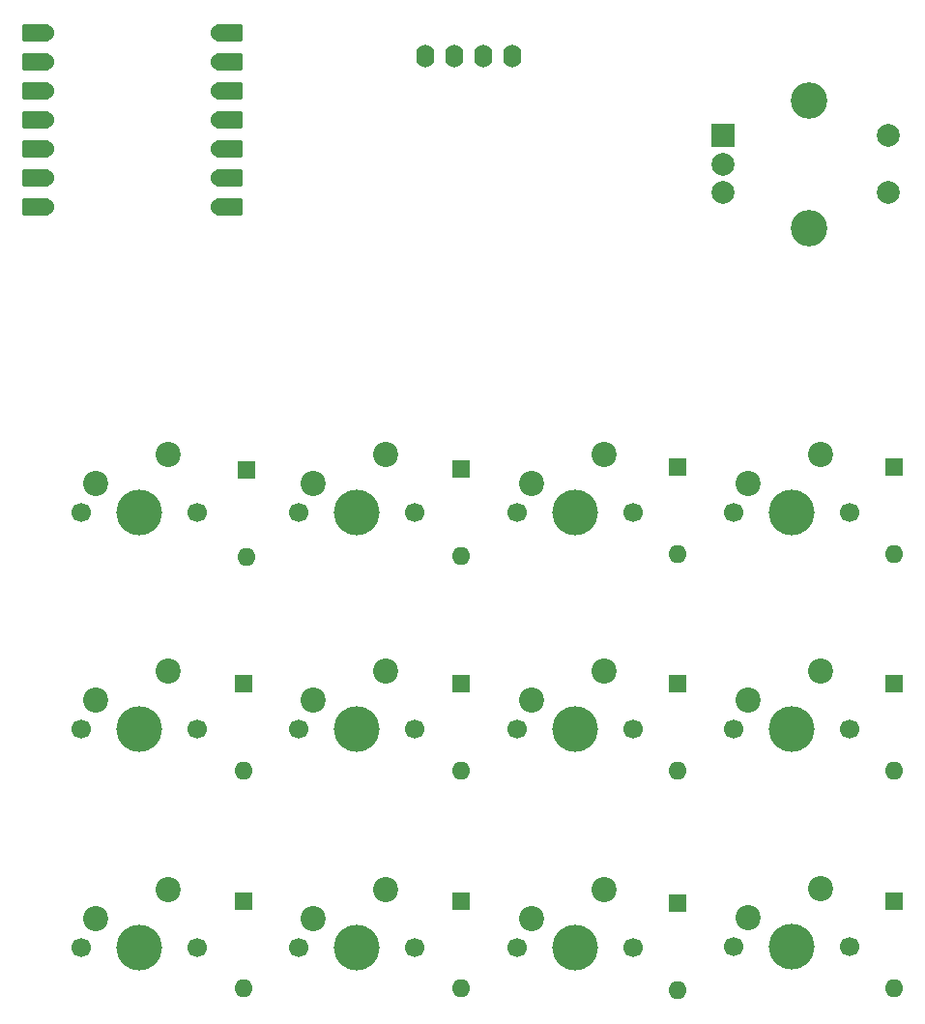
<source format=gbr>
%TF.GenerationSoftware,KiCad,Pcbnew,8.0.8*%
%TF.CreationDate,2025-02-20T19:12:18+01:00*%
%TF.ProjectId,lakypad,6c616b79-7061-4642-9e6b-696361645f70,rev?*%
%TF.SameCoordinates,Original*%
%TF.FileFunction,Soldermask,Top*%
%TF.FilePolarity,Negative*%
%FSLAX46Y46*%
G04 Gerber Fmt 4.6, Leading zero omitted, Abs format (unit mm)*
G04 Created by KiCad (PCBNEW 8.0.8) date 2025-02-20 19:12:18*
%MOMM*%
%LPD*%
G01*
G04 APERTURE LIST*
G04 Aperture macros list*
%AMRoundRect*
0 Rectangle with rounded corners*
0 $1 Rounding radius*
0 $2 $3 $4 $5 $6 $7 $8 $9 X,Y pos of 4 corners*
0 Add a 4 corners polygon primitive as box body*
4,1,4,$2,$3,$4,$5,$6,$7,$8,$9,$2,$3,0*
0 Add four circle primitives for the rounded corners*
1,1,$1+$1,$2,$3*
1,1,$1+$1,$4,$5*
1,1,$1+$1,$6,$7*
1,1,$1+$1,$8,$9*
0 Add four rect primitives between the rounded corners*
20,1,$1+$1,$2,$3,$4,$5,0*
20,1,$1+$1,$4,$5,$6,$7,0*
20,1,$1+$1,$6,$7,$8,$9,0*
20,1,$1+$1,$8,$9,$2,$3,0*%
G04 Aperture macros list end*
%ADD10R,2.000000X2.000000*%
%ADD11C,2.000000*%
%ADD12C,3.200000*%
%ADD13C,1.700000*%
%ADD14C,4.000000*%
%ADD15C,2.200000*%
%ADD16R,1.600000X1.600000*%
%ADD17O,1.600000X1.600000*%
%ADD18O,1.600000X2.000000*%
%ADD19RoundRect,0.152400X1.063600X0.609600X-1.063600X0.609600X-1.063600X-0.609600X1.063600X-0.609600X0*%
%ADD20C,1.524000*%
%ADD21RoundRect,0.152400X-1.063600X-0.609600X1.063600X-0.609600X1.063600X0.609600X-1.063600X0.609600X0*%
G04 APERTURE END LIST*
D10*
%TO.C,SW13*%
X167000000Y-32000000D03*
D11*
X167000000Y-37000000D03*
X167000000Y-34500000D03*
D12*
X174500000Y-28900000D03*
X174500000Y-40100000D03*
D11*
X181500000Y-37000000D03*
X181500000Y-32000000D03*
%TD*%
D13*
%TO.C,SW12*%
X148920000Y-103100000D03*
D14*
X154000000Y-103100000D03*
D13*
X159080000Y-103100000D03*
D15*
X156540000Y-98020000D03*
X150190000Y-100560000D03*
%TD*%
D13*
%TO.C,SW11*%
X167920000Y-103000000D03*
D14*
X173000000Y-103000000D03*
D13*
X178080000Y-103000000D03*
D15*
X175540000Y-97920000D03*
X169190000Y-100460000D03*
%TD*%
D13*
%TO.C,SW10*%
X148920000Y-84000000D03*
D14*
X154000000Y-84000000D03*
D13*
X159080000Y-84000000D03*
D15*
X156540000Y-78920000D03*
X150190000Y-81460000D03*
%TD*%
D13*
%TO.C,SW9*%
X167920000Y-84000000D03*
D14*
X173000000Y-84000000D03*
D13*
X178080000Y-84000000D03*
D15*
X175540000Y-78920000D03*
X169190000Y-81460000D03*
%TD*%
D13*
%TO.C,SW8*%
X148920000Y-65000000D03*
D14*
X154000000Y-65000000D03*
D13*
X159080000Y-65000000D03*
D15*
X156540000Y-59920000D03*
X150190000Y-62460000D03*
%TD*%
D13*
%TO.C,SW7*%
X167920000Y-65000000D03*
D14*
X173000000Y-65000000D03*
D13*
X178080000Y-65000000D03*
D15*
X175540000Y-59920000D03*
X169190000Y-62460000D03*
%TD*%
D13*
%TO.C,SW6*%
X129840000Y-103100000D03*
D14*
X134920000Y-103100000D03*
D13*
X140000000Y-103100000D03*
D15*
X137460000Y-98020000D03*
X131110000Y-100560000D03*
%TD*%
D13*
%TO.C,SW5*%
X129840000Y-84000000D03*
D14*
X134920000Y-84000000D03*
D13*
X140000000Y-84000000D03*
D15*
X137460000Y-78920000D03*
X131110000Y-81460000D03*
%TD*%
D13*
%TO.C,SW4*%
X129820000Y-65000000D03*
D14*
X134900000Y-65000000D03*
D13*
X139980000Y-65000000D03*
D15*
X137440000Y-59920000D03*
X131090000Y-62460000D03*
%TD*%
D13*
%TO.C,SW3*%
X110770000Y-103100000D03*
D14*
X115850000Y-103100000D03*
D13*
X120930000Y-103100000D03*
D15*
X118390000Y-98020000D03*
X112040000Y-100560000D03*
%TD*%
D13*
%TO.C,SW2*%
X110770000Y-84000000D03*
D14*
X115850000Y-84000000D03*
D13*
X120930000Y-84000000D03*
D15*
X118390000Y-78920000D03*
X112040000Y-81460000D03*
%TD*%
D13*
%TO.C,SW1*%
X110790000Y-65000000D03*
D14*
X115870000Y-65000000D03*
D13*
X120950000Y-65000000D03*
D15*
X118410000Y-59920000D03*
X112060000Y-62460000D03*
%TD*%
D16*
%TO.C,D7*%
X182000000Y-61000000D03*
D17*
X182000000Y-68620000D03*
%TD*%
D16*
%TO.C,D11*%
X182000000Y-99000000D03*
D17*
X182000000Y-106620000D03*
%TD*%
D16*
%TO.C,D4*%
X144000000Y-61190000D03*
D17*
X144000000Y-68810000D03*
%TD*%
D16*
%TO.C,D8*%
X163000000Y-61000000D03*
D17*
X163000000Y-68620000D03*
%TD*%
D16*
%TO.C,D5*%
X144000000Y-80000000D03*
D17*
X144000000Y-87620000D03*
%TD*%
D16*
%TO.C,D6*%
X144000000Y-99000000D03*
D17*
X144000000Y-106620000D03*
%TD*%
D16*
%TO.C,D1*%
X125282500Y-61231250D03*
D17*
X125282500Y-68851250D03*
%TD*%
D16*
%TO.C,D12*%
X163000000Y-99231250D03*
D17*
X163000000Y-106851250D03*
%TD*%
D16*
%TO.C,D3*%
X125000000Y-99000000D03*
D17*
X125000000Y-106620000D03*
%TD*%
D16*
%TO.C,D2*%
X125000000Y-80000000D03*
D17*
X125000000Y-87620000D03*
%TD*%
D16*
%TO.C,D10*%
X163000000Y-80000000D03*
D17*
X163000000Y-87620000D03*
%TD*%
D16*
%TO.C,D9*%
X182000000Y-80000000D03*
D17*
X182000000Y-87620000D03*
%TD*%
D18*
%TO.C,Brd1*%
X148540000Y-25000000D03*
X146000000Y-25000000D03*
X143460000Y-25000000D03*
X140920000Y-25000000D03*
%TD*%
D19*
%TO.C,U1*%
X106800000Y-23000000D03*
D20*
X107635000Y-23000000D03*
D19*
X106800000Y-25540000D03*
D20*
X107635000Y-25540000D03*
D19*
X106800000Y-28080000D03*
D20*
X107635000Y-28080000D03*
D19*
X106800000Y-30620000D03*
D20*
X107635000Y-30620000D03*
D19*
X106800000Y-33160000D03*
D20*
X107635000Y-33160000D03*
D19*
X106800000Y-35700000D03*
D20*
X107635000Y-35700000D03*
D19*
X106800000Y-38240000D03*
D20*
X107635000Y-38240000D03*
X122875000Y-38240000D03*
D21*
X123710000Y-38240000D03*
D20*
X122875000Y-35700000D03*
D21*
X123710000Y-35700000D03*
D20*
X122875000Y-33160000D03*
D21*
X123710000Y-33160000D03*
D20*
X122875000Y-30620000D03*
D21*
X123710000Y-30620000D03*
D20*
X122875000Y-28080000D03*
D21*
X123710000Y-28080000D03*
D20*
X122875000Y-25540000D03*
D21*
X123710000Y-25540000D03*
D20*
X122875000Y-23000000D03*
D21*
X123710000Y-23000000D03*
%TD*%
M02*

</source>
